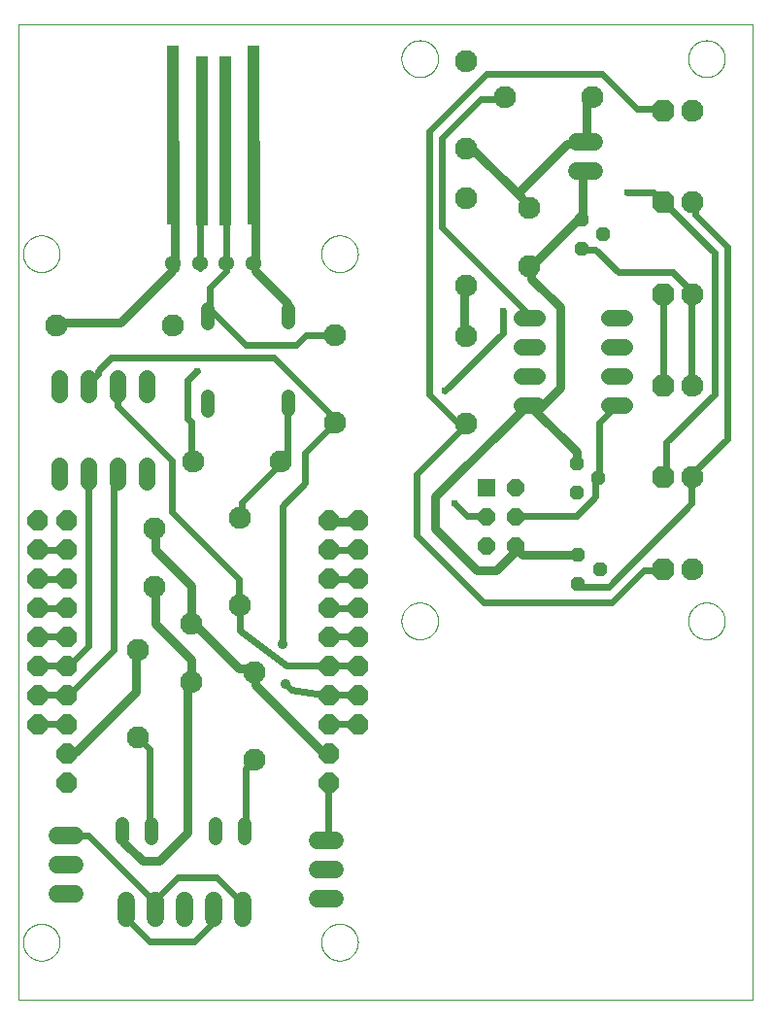
<source format=gtl>
G75*
%MOIN*%
%OFA0B0*%
%FSLAX25Y25*%
%IPPOS*%
%LPD*%
%AMOC8*
5,1,8,0,0,1.08239X$1,22.5*
%
%ADD10C,0.00000*%
%ADD11C,0.07600*%
%ADD12C,0.04800*%
%ADD13OC8,0.07000*%
%ADD14R,0.06000X0.06000*%
%ADD15OC8,0.06000*%
%ADD16C,0.06000*%
%ADD17OC8,0.07600*%
%ADD18OC8,0.04800*%
%ADD19C,0.05600*%
%ADD20R,0.03937X0.61811*%
%ADD21R,0.03937X0.57874*%
%ADD22C,0.05400*%
%ADD23C,0.03000*%
%ADD24C,0.02400*%
%ADD25C,0.02400*%
%ADD26C,0.03562*%
D10*
X0001025Y0001000D02*
X0001025Y0335646D01*
X0252994Y0335646D01*
X0252994Y0001000D01*
X0001025Y0001000D01*
X0002600Y0020685D02*
X0002602Y0020843D01*
X0002608Y0021001D01*
X0002618Y0021159D01*
X0002632Y0021317D01*
X0002650Y0021474D01*
X0002671Y0021631D01*
X0002697Y0021787D01*
X0002727Y0021943D01*
X0002760Y0022098D01*
X0002798Y0022251D01*
X0002839Y0022404D01*
X0002884Y0022556D01*
X0002933Y0022707D01*
X0002986Y0022856D01*
X0003042Y0023004D01*
X0003102Y0023150D01*
X0003166Y0023295D01*
X0003234Y0023438D01*
X0003305Y0023580D01*
X0003379Y0023720D01*
X0003457Y0023857D01*
X0003539Y0023993D01*
X0003623Y0024127D01*
X0003712Y0024258D01*
X0003803Y0024387D01*
X0003898Y0024514D01*
X0003995Y0024639D01*
X0004096Y0024761D01*
X0004200Y0024880D01*
X0004307Y0024997D01*
X0004417Y0025111D01*
X0004530Y0025222D01*
X0004645Y0025331D01*
X0004763Y0025436D01*
X0004884Y0025538D01*
X0005007Y0025638D01*
X0005133Y0025734D01*
X0005261Y0025827D01*
X0005391Y0025917D01*
X0005524Y0026003D01*
X0005659Y0026087D01*
X0005795Y0026166D01*
X0005934Y0026243D01*
X0006075Y0026315D01*
X0006217Y0026385D01*
X0006361Y0026450D01*
X0006507Y0026512D01*
X0006654Y0026570D01*
X0006803Y0026625D01*
X0006953Y0026676D01*
X0007104Y0026723D01*
X0007256Y0026766D01*
X0007409Y0026805D01*
X0007564Y0026841D01*
X0007719Y0026872D01*
X0007875Y0026900D01*
X0008031Y0026924D01*
X0008188Y0026944D01*
X0008346Y0026960D01*
X0008503Y0026972D01*
X0008662Y0026980D01*
X0008820Y0026984D01*
X0008978Y0026984D01*
X0009136Y0026980D01*
X0009295Y0026972D01*
X0009452Y0026960D01*
X0009610Y0026944D01*
X0009767Y0026924D01*
X0009923Y0026900D01*
X0010079Y0026872D01*
X0010234Y0026841D01*
X0010389Y0026805D01*
X0010542Y0026766D01*
X0010694Y0026723D01*
X0010845Y0026676D01*
X0010995Y0026625D01*
X0011144Y0026570D01*
X0011291Y0026512D01*
X0011437Y0026450D01*
X0011581Y0026385D01*
X0011723Y0026315D01*
X0011864Y0026243D01*
X0012003Y0026166D01*
X0012139Y0026087D01*
X0012274Y0026003D01*
X0012407Y0025917D01*
X0012537Y0025827D01*
X0012665Y0025734D01*
X0012791Y0025638D01*
X0012914Y0025538D01*
X0013035Y0025436D01*
X0013153Y0025331D01*
X0013268Y0025222D01*
X0013381Y0025111D01*
X0013491Y0024997D01*
X0013598Y0024880D01*
X0013702Y0024761D01*
X0013803Y0024639D01*
X0013900Y0024514D01*
X0013995Y0024387D01*
X0014086Y0024258D01*
X0014175Y0024127D01*
X0014259Y0023993D01*
X0014341Y0023857D01*
X0014419Y0023720D01*
X0014493Y0023580D01*
X0014564Y0023438D01*
X0014632Y0023295D01*
X0014696Y0023150D01*
X0014756Y0023004D01*
X0014812Y0022856D01*
X0014865Y0022707D01*
X0014914Y0022556D01*
X0014959Y0022404D01*
X0015000Y0022251D01*
X0015038Y0022098D01*
X0015071Y0021943D01*
X0015101Y0021787D01*
X0015127Y0021631D01*
X0015148Y0021474D01*
X0015166Y0021317D01*
X0015180Y0021159D01*
X0015190Y0021001D01*
X0015196Y0020843D01*
X0015198Y0020685D01*
X0015196Y0020527D01*
X0015190Y0020369D01*
X0015180Y0020211D01*
X0015166Y0020053D01*
X0015148Y0019896D01*
X0015127Y0019739D01*
X0015101Y0019583D01*
X0015071Y0019427D01*
X0015038Y0019272D01*
X0015000Y0019119D01*
X0014959Y0018966D01*
X0014914Y0018814D01*
X0014865Y0018663D01*
X0014812Y0018514D01*
X0014756Y0018366D01*
X0014696Y0018220D01*
X0014632Y0018075D01*
X0014564Y0017932D01*
X0014493Y0017790D01*
X0014419Y0017650D01*
X0014341Y0017513D01*
X0014259Y0017377D01*
X0014175Y0017243D01*
X0014086Y0017112D01*
X0013995Y0016983D01*
X0013900Y0016856D01*
X0013803Y0016731D01*
X0013702Y0016609D01*
X0013598Y0016490D01*
X0013491Y0016373D01*
X0013381Y0016259D01*
X0013268Y0016148D01*
X0013153Y0016039D01*
X0013035Y0015934D01*
X0012914Y0015832D01*
X0012791Y0015732D01*
X0012665Y0015636D01*
X0012537Y0015543D01*
X0012407Y0015453D01*
X0012274Y0015367D01*
X0012139Y0015283D01*
X0012003Y0015204D01*
X0011864Y0015127D01*
X0011723Y0015055D01*
X0011581Y0014985D01*
X0011437Y0014920D01*
X0011291Y0014858D01*
X0011144Y0014800D01*
X0010995Y0014745D01*
X0010845Y0014694D01*
X0010694Y0014647D01*
X0010542Y0014604D01*
X0010389Y0014565D01*
X0010234Y0014529D01*
X0010079Y0014498D01*
X0009923Y0014470D01*
X0009767Y0014446D01*
X0009610Y0014426D01*
X0009452Y0014410D01*
X0009295Y0014398D01*
X0009136Y0014390D01*
X0008978Y0014386D01*
X0008820Y0014386D01*
X0008662Y0014390D01*
X0008503Y0014398D01*
X0008346Y0014410D01*
X0008188Y0014426D01*
X0008031Y0014446D01*
X0007875Y0014470D01*
X0007719Y0014498D01*
X0007564Y0014529D01*
X0007409Y0014565D01*
X0007256Y0014604D01*
X0007104Y0014647D01*
X0006953Y0014694D01*
X0006803Y0014745D01*
X0006654Y0014800D01*
X0006507Y0014858D01*
X0006361Y0014920D01*
X0006217Y0014985D01*
X0006075Y0015055D01*
X0005934Y0015127D01*
X0005795Y0015204D01*
X0005659Y0015283D01*
X0005524Y0015367D01*
X0005391Y0015453D01*
X0005261Y0015543D01*
X0005133Y0015636D01*
X0005007Y0015732D01*
X0004884Y0015832D01*
X0004763Y0015934D01*
X0004645Y0016039D01*
X0004530Y0016148D01*
X0004417Y0016259D01*
X0004307Y0016373D01*
X0004200Y0016490D01*
X0004096Y0016609D01*
X0003995Y0016731D01*
X0003898Y0016856D01*
X0003803Y0016983D01*
X0003712Y0017112D01*
X0003623Y0017243D01*
X0003539Y0017377D01*
X0003457Y0017513D01*
X0003379Y0017650D01*
X0003305Y0017790D01*
X0003234Y0017932D01*
X0003166Y0018075D01*
X0003102Y0018220D01*
X0003042Y0018366D01*
X0002986Y0018514D01*
X0002933Y0018663D01*
X0002884Y0018814D01*
X0002839Y0018966D01*
X0002798Y0019119D01*
X0002760Y0019272D01*
X0002727Y0019427D01*
X0002697Y0019583D01*
X0002671Y0019739D01*
X0002650Y0019896D01*
X0002632Y0020053D01*
X0002618Y0020211D01*
X0002608Y0020369D01*
X0002602Y0020527D01*
X0002600Y0020685D01*
X0104962Y0020685D02*
X0104964Y0020843D01*
X0104970Y0021001D01*
X0104980Y0021159D01*
X0104994Y0021317D01*
X0105012Y0021474D01*
X0105033Y0021631D01*
X0105059Y0021787D01*
X0105089Y0021943D01*
X0105122Y0022098D01*
X0105160Y0022251D01*
X0105201Y0022404D01*
X0105246Y0022556D01*
X0105295Y0022707D01*
X0105348Y0022856D01*
X0105404Y0023004D01*
X0105464Y0023150D01*
X0105528Y0023295D01*
X0105596Y0023438D01*
X0105667Y0023580D01*
X0105741Y0023720D01*
X0105819Y0023857D01*
X0105901Y0023993D01*
X0105985Y0024127D01*
X0106074Y0024258D01*
X0106165Y0024387D01*
X0106260Y0024514D01*
X0106357Y0024639D01*
X0106458Y0024761D01*
X0106562Y0024880D01*
X0106669Y0024997D01*
X0106779Y0025111D01*
X0106892Y0025222D01*
X0107007Y0025331D01*
X0107125Y0025436D01*
X0107246Y0025538D01*
X0107369Y0025638D01*
X0107495Y0025734D01*
X0107623Y0025827D01*
X0107753Y0025917D01*
X0107886Y0026003D01*
X0108021Y0026087D01*
X0108157Y0026166D01*
X0108296Y0026243D01*
X0108437Y0026315D01*
X0108579Y0026385D01*
X0108723Y0026450D01*
X0108869Y0026512D01*
X0109016Y0026570D01*
X0109165Y0026625D01*
X0109315Y0026676D01*
X0109466Y0026723D01*
X0109618Y0026766D01*
X0109771Y0026805D01*
X0109926Y0026841D01*
X0110081Y0026872D01*
X0110237Y0026900D01*
X0110393Y0026924D01*
X0110550Y0026944D01*
X0110708Y0026960D01*
X0110865Y0026972D01*
X0111024Y0026980D01*
X0111182Y0026984D01*
X0111340Y0026984D01*
X0111498Y0026980D01*
X0111657Y0026972D01*
X0111814Y0026960D01*
X0111972Y0026944D01*
X0112129Y0026924D01*
X0112285Y0026900D01*
X0112441Y0026872D01*
X0112596Y0026841D01*
X0112751Y0026805D01*
X0112904Y0026766D01*
X0113056Y0026723D01*
X0113207Y0026676D01*
X0113357Y0026625D01*
X0113506Y0026570D01*
X0113653Y0026512D01*
X0113799Y0026450D01*
X0113943Y0026385D01*
X0114085Y0026315D01*
X0114226Y0026243D01*
X0114365Y0026166D01*
X0114501Y0026087D01*
X0114636Y0026003D01*
X0114769Y0025917D01*
X0114899Y0025827D01*
X0115027Y0025734D01*
X0115153Y0025638D01*
X0115276Y0025538D01*
X0115397Y0025436D01*
X0115515Y0025331D01*
X0115630Y0025222D01*
X0115743Y0025111D01*
X0115853Y0024997D01*
X0115960Y0024880D01*
X0116064Y0024761D01*
X0116165Y0024639D01*
X0116262Y0024514D01*
X0116357Y0024387D01*
X0116448Y0024258D01*
X0116537Y0024127D01*
X0116621Y0023993D01*
X0116703Y0023857D01*
X0116781Y0023720D01*
X0116855Y0023580D01*
X0116926Y0023438D01*
X0116994Y0023295D01*
X0117058Y0023150D01*
X0117118Y0023004D01*
X0117174Y0022856D01*
X0117227Y0022707D01*
X0117276Y0022556D01*
X0117321Y0022404D01*
X0117362Y0022251D01*
X0117400Y0022098D01*
X0117433Y0021943D01*
X0117463Y0021787D01*
X0117489Y0021631D01*
X0117510Y0021474D01*
X0117528Y0021317D01*
X0117542Y0021159D01*
X0117552Y0021001D01*
X0117558Y0020843D01*
X0117560Y0020685D01*
X0117558Y0020527D01*
X0117552Y0020369D01*
X0117542Y0020211D01*
X0117528Y0020053D01*
X0117510Y0019896D01*
X0117489Y0019739D01*
X0117463Y0019583D01*
X0117433Y0019427D01*
X0117400Y0019272D01*
X0117362Y0019119D01*
X0117321Y0018966D01*
X0117276Y0018814D01*
X0117227Y0018663D01*
X0117174Y0018514D01*
X0117118Y0018366D01*
X0117058Y0018220D01*
X0116994Y0018075D01*
X0116926Y0017932D01*
X0116855Y0017790D01*
X0116781Y0017650D01*
X0116703Y0017513D01*
X0116621Y0017377D01*
X0116537Y0017243D01*
X0116448Y0017112D01*
X0116357Y0016983D01*
X0116262Y0016856D01*
X0116165Y0016731D01*
X0116064Y0016609D01*
X0115960Y0016490D01*
X0115853Y0016373D01*
X0115743Y0016259D01*
X0115630Y0016148D01*
X0115515Y0016039D01*
X0115397Y0015934D01*
X0115276Y0015832D01*
X0115153Y0015732D01*
X0115027Y0015636D01*
X0114899Y0015543D01*
X0114769Y0015453D01*
X0114636Y0015367D01*
X0114501Y0015283D01*
X0114365Y0015204D01*
X0114226Y0015127D01*
X0114085Y0015055D01*
X0113943Y0014985D01*
X0113799Y0014920D01*
X0113653Y0014858D01*
X0113506Y0014800D01*
X0113357Y0014745D01*
X0113207Y0014694D01*
X0113056Y0014647D01*
X0112904Y0014604D01*
X0112751Y0014565D01*
X0112596Y0014529D01*
X0112441Y0014498D01*
X0112285Y0014470D01*
X0112129Y0014446D01*
X0111972Y0014426D01*
X0111814Y0014410D01*
X0111657Y0014398D01*
X0111498Y0014390D01*
X0111340Y0014386D01*
X0111182Y0014386D01*
X0111024Y0014390D01*
X0110865Y0014398D01*
X0110708Y0014410D01*
X0110550Y0014426D01*
X0110393Y0014446D01*
X0110237Y0014470D01*
X0110081Y0014498D01*
X0109926Y0014529D01*
X0109771Y0014565D01*
X0109618Y0014604D01*
X0109466Y0014647D01*
X0109315Y0014694D01*
X0109165Y0014745D01*
X0109016Y0014800D01*
X0108869Y0014858D01*
X0108723Y0014920D01*
X0108579Y0014985D01*
X0108437Y0015055D01*
X0108296Y0015127D01*
X0108157Y0015204D01*
X0108021Y0015283D01*
X0107886Y0015367D01*
X0107753Y0015453D01*
X0107623Y0015543D01*
X0107495Y0015636D01*
X0107369Y0015732D01*
X0107246Y0015832D01*
X0107125Y0015934D01*
X0107007Y0016039D01*
X0106892Y0016148D01*
X0106779Y0016259D01*
X0106669Y0016373D01*
X0106562Y0016490D01*
X0106458Y0016609D01*
X0106357Y0016731D01*
X0106260Y0016856D01*
X0106165Y0016983D01*
X0106074Y0017112D01*
X0105985Y0017243D01*
X0105901Y0017377D01*
X0105819Y0017513D01*
X0105741Y0017650D01*
X0105667Y0017790D01*
X0105596Y0017932D01*
X0105528Y0018075D01*
X0105464Y0018220D01*
X0105404Y0018366D01*
X0105348Y0018514D01*
X0105295Y0018663D01*
X0105246Y0018814D01*
X0105201Y0018966D01*
X0105160Y0019119D01*
X0105122Y0019272D01*
X0105089Y0019427D01*
X0105059Y0019583D01*
X0105033Y0019739D01*
X0105012Y0019896D01*
X0104994Y0020053D01*
X0104980Y0020211D01*
X0104970Y0020369D01*
X0104964Y0020527D01*
X0104962Y0020685D01*
X0132521Y0130921D02*
X0132523Y0131079D01*
X0132529Y0131237D01*
X0132539Y0131395D01*
X0132553Y0131553D01*
X0132571Y0131710D01*
X0132592Y0131867D01*
X0132618Y0132023D01*
X0132648Y0132179D01*
X0132681Y0132334D01*
X0132719Y0132487D01*
X0132760Y0132640D01*
X0132805Y0132792D01*
X0132854Y0132943D01*
X0132907Y0133092D01*
X0132963Y0133240D01*
X0133023Y0133386D01*
X0133087Y0133531D01*
X0133155Y0133674D01*
X0133226Y0133816D01*
X0133300Y0133956D01*
X0133378Y0134093D01*
X0133460Y0134229D01*
X0133544Y0134363D01*
X0133633Y0134494D01*
X0133724Y0134623D01*
X0133819Y0134750D01*
X0133916Y0134875D01*
X0134017Y0134997D01*
X0134121Y0135116D01*
X0134228Y0135233D01*
X0134338Y0135347D01*
X0134451Y0135458D01*
X0134566Y0135567D01*
X0134684Y0135672D01*
X0134805Y0135774D01*
X0134928Y0135874D01*
X0135054Y0135970D01*
X0135182Y0136063D01*
X0135312Y0136153D01*
X0135445Y0136239D01*
X0135580Y0136323D01*
X0135716Y0136402D01*
X0135855Y0136479D01*
X0135996Y0136551D01*
X0136138Y0136621D01*
X0136282Y0136686D01*
X0136428Y0136748D01*
X0136575Y0136806D01*
X0136724Y0136861D01*
X0136874Y0136912D01*
X0137025Y0136959D01*
X0137177Y0137002D01*
X0137330Y0137041D01*
X0137485Y0137077D01*
X0137640Y0137108D01*
X0137796Y0137136D01*
X0137952Y0137160D01*
X0138109Y0137180D01*
X0138267Y0137196D01*
X0138424Y0137208D01*
X0138583Y0137216D01*
X0138741Y0137220D01*
X0138899Y0137220D01*
X0139057Y0137216D01*
X0139216Y0137208D01*
X0139373Y0137196D01*
X0139531Y0137180D01*
X0139688Y0137160D01*
X0139844Y0137136D01*
X0140000Y0137108D01*
X0140155Y0137077D01*
X0140310Y0137041D01*
X0140463Y0137002D01*
X0140615Y0136959D01*
X0140766Y0136912D01*
X0140916Y0136861D01*
X0141065Y0136806D01*
X0141212Y0136748D01*
X0141358Y0136686D01*
X0141502Y0136621D01*
X0141644Y0136551D01*
X0141785Y0136479D01*
X0141924Y0136402D01*
X0142060Y0136323D01*
X0142195Y0136239D01*
X0142328Y0136153D01*
X0142458Y0136063D01*
X0142586Y0135970D01*
X0142712Y0135874D01*
X0142835Y0135774D01*
X0142956Y0135672D01*
X0143074Y0135567D01*
X0143189Y0135458D01*
X0143302Y0135347D01*
X0143412Y0135233D01*
X0143519Y0135116D01*
X0143623Y0134997D01*
X0143724Y0134875D01*
X0143821Y0134750D01*
X0143916Y0134623D01*
X0144007Y0134494D01*
X0144096Y0134363D01*
X0144180Y0134229D01*
X0144262Y0134093D01*
X0144340Y0133956D01*
X0144414Y0133816D01*
X0144485Y0133674D01*
X0144553Y0133531D01*
X0144617Y0133386D01*
X0144677Y0133240D01*
X0144733Y0133092D01*
X0144786Y0132943D01*
X0144835Y0132792D01*
X0144880Y0132640D01*
X0144921Y0132487D01*
X0144959Y0132334D01*
X0144992Y0132179D01*
X0145022Y0132023D01*
X0145048Y0131867D01*
X0145069Y0131710D01*
X0145087Y0131553D01*
X0145101Y0131395D01*
X0145111Y0131237D01*
X0145117Y0131079D01*
X0145119Y0130921D01*
X0145117Y0130763D01*
X0145111Y0130605D01*
X0145101Y0130447D01*
X0145087Y0130289D01*
X0145069Y0130132D01*
X0145048Y0129975D01*
X0145022Y0129819D01*
X0144992Y0129663D01*
X0144959Y0129508D01*
X0144921Y0129355D01*
X0144880Y0129202D01*
X0144835Y0129050D01*
X0144786Y0128899D01*
X0144733Y0128750D01*
X0144677Y0128602D01*
X0144617Y0128456D01*
X0144553Y0128311D01*
X0144485Y0128168D01*
X0144414Y0128026D01*
X0144340Y0127886D01*
X0144262Y0127749D01*
X0144180Y0127613D01*
X0144096Y0127479D01*
X0144007Y0127348D01*
X0143916Y0127219D01*
X0143821Y0127092D01*
X0143724Y0126967D01*
X0143623Y0126845D01*
X0143519Y0126726D01*
X0143412Y0126609D01*
X0143302Y0126495D01*
X0143189Y0126384D01*
X0143074Y0126275D01*
X0142956Y0126170D01*
X0142835Y0126068D01*
X0142712Y0125968D01*
X0142586Y0125872D01*
X0142458Y0125779D01*
X0142328Y0125689D01*
X0142195Y0125603D01*
X0142060Y0125519D01*
X0141924Y0125440D01*
X0141785Y0125363D01*
X0141644Y0125291D01*
X0141502Y0125221D01*
X0141358Y0125156D01*
X0141212Y0125094D01*
X0141065Y0125036D01*
X0140916Y0124981D01*
X0140766Y0124930D01*
X0140615Y0124883D01*
X0140463Y0124840D01*
X0140310Y0124801D01*
X0140155Y0124765D01*
X0140000Y0124734D01*
X0139844Y0124706D01*
X0139688Y0124682D01*
X0139531Y0124662D01*
X0139373Y0124646D01*
X0139216Y0124634D01*
X0139057Y0124626D01*
X0138899Y0124622D01*
X0138741Y0124622D01*
X0138583Y0124626D01*
X0138424Y0124634D01*
X0138267Y0124646D01*
X0138109Y0124662D01*
X0137952Y0124682D01*
X0137796Y0124706D01*
X0137640Y0124734D01*
X0137485Y0124765D01*
X0137330Y0124801D01*
X0137177Y0124840D01*
X0137025Y0124883D01*
X0136874Y0124930D01*
X0136724Y0124981D01*
X0136575Y0125036D01*
X0136428Y0125094D01*
X0136282Y0125156D01*
X0136138Y0125221D01*
X0135996Y0125291D01*
X0135855Y0125363D01*
X0135716Y0125440D01*
X0135580Y0125519D01*
X0135445Y0125603D01*
X0135312Y0125689D01*
X0135182Y0125779D01*
X0135054Y0125872D01*
X0134928Y0125968D01*
X0134805Y0126068D01*
X0134684Y0126170D01*
X0134566Y0126275D01*
X0134451Y0126384D01*
X0134338Y0126495D01*
X0134228Y0126609D01*
X0134121Y0126726D01*
X0134017Y0126845D01*
X0133916Y0126967D01*
X0133819Y0127092D01*
X0133724Y0127219D01*
X0133633Y0127348D01*
X0133544Y0127479D01*
X0133460Y0127613D01*
X0133378Y0127749D01*
X0133300Y0127886D01*
X0133226Y0128026D01*
X0133155Y0128168D01*
X0133087Y0128311D01*
X0133023Y0128456D01*
X0132963Y0128602D01*
X0132907Y0128750D01*
X0132854Y0128899D01*
X0132805Y0129050D01*
X0132760Y0129202D01*
X0132719Y0129355D01*
X0132681Y0129508D01*
X0132648Y0129663D01*
X0132618Y0129819D01*
X0132592Y0129975D01*
X0132571Y0130132D01*
X0132553Y0130289D01*
X0132539Y0130447D01*
X0132529Y0130605D01*
X0132523Y0130763D01*
X0132521Y0130921D01*
X0104962Y0256906D02*
X0104964Y0257064D01*
X0104970Y0257222D01*
X0104980Y0257380D01*
X0104994Y0257538D01*
X0105012Y0257695D01*
X0105033Y0257852D01*
X0105059Y0258008D01*
X0105089Y0258164D01*
X0105122Y0258319D01*
X0105160Y0258472D01*
X0105201Y0258625D01*
X0105246Y0258777D01*
X0105295Y0258928D01*
X0105348Y0259077D01*
X0105404Y0259225D01*
X0105464Y0259371D01*
X0105528Y0259516D01*
X0105596Y0259659D01*
X0105667Y0259801D01*
X0105741Y0259941D01*
X0105819Y0260078D01*
X0105901Y0260214D01*
X0105985Y0260348D01*
X0106074Y0260479D01*
X0106165Y0260608D01*
X0106260Y0260735D01*
X0106357Y0260860D01*
X0106458Y0260982D01*
X0106562Y0261101D01*
X0106669Y0261218D01*
X0106779Y0261332D01*
X0106892Y0261443D01*
X0107007Y0261552D01*
X0107125Y0261657D01*
X0107246Y0261759D01*
X0107369Y0261859D01*
X0107495Y0261955D01*
X0107623Y0262048D01*
X0107753Y0262138D01*
X0107886Y0262224D01*
X0108021Y0262308D01*
X0108157Y0262387D01*
X0108296Y0262464D01*
X0108437Y0262536D01*
X0108579Y0262606D01*
X0108723Y0262671D01*
X0108869Y0262733D01*
X0109016Y0262791D01*
X0109165Y0262846D01*
X0109315Y0262897D01*
X0109466Y0262944D01*
X0109618Y0262987D01*
X0109771Y0263026D01*
X0109926Y0263062D01*
X0110081Y0263093D01*
X0110237Y0263121D01*
X0110393Y0263145D01*
X0110550Y0263165D01*
X0110708Y0263181D01*
X0110865Y0263193D01*
X0111024Y0263201D01*
X0111182Y0263205D01*
X0111340Y0263205D01*
X0111498Y0263201D01*
X0111657Y0263193D01*
X0111814Y0263181D01*
X0111972Y0263165D01*
X0112129Y0263145D01*
X0112285Y0263121D01*
X0112441Y0263093D01*
X0112596Y0263062D01*
X0112751Y0263026D01*
X0112904Y0262987D01*
X0113056Y0262944D01*
X0113207Y0262897D01*
X0113357Y0262846D01*
X0113506Y0262791D01*
X0113653Y0262733D01*
X0113799Y0262671D01*
X0113943Y0262606D01*
X0114085Y0262536D01*
X0114226Y0262464D01*
X0114365Y0262387D01*
X0114501Y0262308D01*
X0114636Y0262224D01*
X0114769Y0262138D01*
X0114899Y0262048D01*
X0115027Y0261955D01*
X0115153Y0261859D01*
X0115276Y0261759D01*
X0115397Y0261657D01*
X0115515Y0261552D01*
X0115630Y0261443D01*
X0115743Y0261332D01*
X0115853Y0261218D01*
X0115960Y0261101D01*
X0116064Y0260982D01*
X0116165Y0260860D01*
X0116262Y0260735D01*
X0116357Y0260608D01*
X0116448Y0260479D01*
X0116537Y0260348D01*
X0116621Y0260214D01*
X0116703Y0260078D01*
X0116781Y0259941D01*
X0116855Y0259801D01*
X0116926Y0259659D01*
X0116994Y0259516D01*
X0117058Y0259371D01*
X0117118Y0259225D01*
X0117174Y0259077D01*
X0117227Y0258928D01*
X0117276Y0258777D01*
X0117321Y0258625D01*
X0117362Y0258472D01*
X0117400Y0258319D01*
X0117433Y0258164D01*
X0117463Y0258008D01*
X0117489Y0257852D01*
X0117510Y0257695D01*
X0117528Y0257538D01*
X0117542Y0257380D01*
X0117552Y0257222D01*
X0117558Y0257064D01*
X0117560Y0256906D01*
X0117558Y0256748D01*
X0117552Y0256590D01*
X0117542Y0256432D01*
X0117528Y0256274D01*
X0117510Y0256117D01*
X0117489Y0255960D01*
X0117463Y0255804D01*
X0117433Y0255648D01*
X0117400Y0255493D01*
X0117362Y0255340D01*
X0117321Y0255187D01*
X0117276Y0255035D01*
X0117227Y0254884D01*
X0117174Y0254735D01*
X0117118Y0254587D01*
X0117058Y0254441D01*
X0116994Y0254296D01*
X0116926Y0254153D01*
X0116855Y0254011D01*
X0116781Y0253871D01*
X0116703Y0253734D01*
X0116621Y0253598D01*
X0116537Y0253464D01*
X0116448Y0253333D01*
X0116357Y0253204D01*
X0116262Y0253077D01*
X0116165Y0252952D01*
X0116064Y0252830D01*
X0115960Y0252711D01*
X0115853Y0252594D01*
X0115743Y0252480D01*
X0115630Y0252369D01*
X0115515Y0252260D01*
X0115397Y0252155D01*
X0115276Y0252053D01*
X0115153Y0251953D01*
X0115027Y0251857D01*
X0114899Y0251764D01*
X0114769Y0251674D01*
X0114636Y0251588D01*
X0114501Y0251504D01*
X0114365Y0251425D01*
X0114226Y0251348D01*
X0114085Y0251276D01*
X0113943Y0251206D01*
X0113799Y0251141D01*
X0113653Y0251079D01*
X0113506Y0251021D01*
X0113357Y0250966D01*
X0113207Y0250915D01*
X0113056Y0250868D01*
X0112904Y0250825D01*
X0112751Y0250786D01*
X0112596Y0250750D01*
X0112441Y0250719D01*
X0112285Y0250691D01*
X0112129Y0250667D01*
X0111972Y0250647D01*
X0111814Y0250631D01*
X0111657Y0250619D01*
X0111498Y0250611D01*
X0111340Y0250607D01*
X0111182Y0250607D01*
X0111024Y0250611D01*
X0110865Y0250619D01*
X0110708Y0250631D01*
X0110550Y0250647D01*
X0110393Y0250667D01*
X0110237Y0250691D01*
X0110081Y0250719D01*
X0109926Y0250750D01*
X0109771Y0250786D01*
X0109618Y0250825D01*
X0109466Y0250868D01*
X0109315Y0250915D01*
X0109165Y0250966D01*
X0109016Y0251021D01*
X0108869Y0251079D01*
X0108723Y0251141D01*
X0108579Y0251206D01*
X0108437Y0251276D01*
X0108296Y0251348D01*
X0108157Y0251425D01*
X0108021Y0251504D01*
X0107886Y0251588D01*
X0107753Y0251674D01*
X0107623Y0251764D01*
X0107495Y0251857D01*
X0107369Y0251953D01*
X0107246Y0252053D01*
X0107125Y0252155D01*
X0107007Y0252260D01*
X0106892Y0252369D01*
X0106779Y0252480D01*
X0106669Y0252594D01*
X0106562Y0252711D01*
X0106458Y0252830D01*
X0106357Y0252952D01*
X0106260Y0253077D01*
X0106165Y0253204D01*
X0106074Y0253333D01*
X0105985Y0253464D01*
X0105901Y0253598D01*
X0105819Y0253734D01*
X0105741Y0253871D01*
X0105667Y0254011D01*
X0105596Y0254153D01*
X0105528Y0254296D01*
X0105464Y0254441D01*
X0105404Y0254587D01*
X0105348Y0254735D01*
X0105295Y0254884D01*
X0105246Y0255035D01*
X0105201Y0255187D01*
X0105160Y0255340D01*
X0105122Y0255493D01*
X0105089Y0255648D01*
X0105059Y0255804D01*
X0105033Y0255960D01*
X0105012Y0256117D01*
X0104994Y0256274D01*
X0104980Y0256432D01*
X0104970Y0256590D01*
X0104964Y0256748D01*
X0104962Y0256906D01*
X0132521Y0323835D02*
X0132523Y0323993D01*
X0132529Y0324151D01*
X0132539Y0324309D01*
X0132553Y0324467D01*
X0132571Y0324624D01*
X0132592Y0324781D01*
X0132618Y0324937D01*
X0132648Y0325093D01*
X0132681Y0325248D01*
X0132719Y0325401D01*
X0132760Y0325554D01*
X0132805Y0325706D01*
X0132854Y0325857D01*
X0132907Y0326006D01*
X0132963Y0326154D01*
X0133023Y0326300D01*
X0133087Y0326445D01*
X0133155Y0326588D01*
X0133226Y0326730D01*
X0133300Y0326870D01*
X0133378Y0327007D01*
X0133460Y0327143D01*
X0133544Y0327277D01*
X0133633Y0327408D01*
X0133724Y0327537D01*
X0133819Y0327664D01*
X0133916Y0327789D01*
X0134017Y0327911D01*
X0134121Y0328030D01*
X0134228Y0328147D01*
X0134338Y0328261D01*
X0134451Y0328372D01*
X0134566Y0328481D01*
X0134684Y0328586D01*
X0134805Y0328688D01*
X0134928Y0328788D01*
X0135054Y0328884D01*
X0135182Y0328977D01*
X0135312Y0329067D01*
X0135445Y0329153D01*
X0135580Y0329237D01*
X0135716Y0329316D01*
X0135855Y0329393D01*
X0135996Y0329465D01*
X0136138Y0329535D01*
X0136282Y0329600D01*
X0136428Y0329662D01*
X0136575Y0329720D01*
X0136724Y0329775D01*
X0136874Y0329826D01*
X0137025Y0329873D01*
X0137177Y0329916D01*
X0137330Y0329955D01*
X0137485Y0329991D01*
X0137640Y0330022D01*
X0137796Y0330050D01*
X0137952Y0330074D01*
X0138109Y0330094D01*
X0138267Y0330110D01*
X0138424Y0330122D01*
X0138583Y0330130D01*
X0138741Y0330134D01*
X0138899Y0330134D01*
X0139057Y0330130D01*
X0139216Y0330122D01*
X0139373Y0330110D01*
X0139531Y0330094D01*
X0139688Y0330074D01*
X0139844Y0330050D01*
X0140000Y0330022D01*
X0140155Y0329991D01*
X0140310Y0329955D01*
X0140463Y0329916D01*
X0140615Y0329873D01*
X0140766Y0329826D01*
X0140916Y0329775D01*
X0141065Y0329720D01*
X0141212Y0329662D01*
X0141358Y0329600D01*
X0141502Y0329535D01*
X0141644Y0329465D01*
X0141785Y0329393D01*
X0141924Y0329316D01*
X0142060Y0329237D01*
X0142195Y0329153D01*
X0142328Y0329067D01*
X0142458Y0328977D01*
X0142586Y0328884D01*
X0142712Y0328788D01*
X0142835Y0328688D01*
X0142956Y0328586D01*
X0143074Y0328481D01*
X0143189Y0328372D01*
X0143302Y0328261D01*
X0143412Y0328147D01*
X0143519Y0328030D01*
X0143623Y0327911D01*
X0143724Y0327789D01*
X0143821Y0327664D01*
X0143916Y0327537D01*
X0144007Y0327408D01*
X0144096Y0327277D01*
X0144180Y0327143D01*
X0144262Y0327007D01*
X0144340Y0326870D01*
X0144414Y0326730D01*
X0144485Y0326588D01*
X0144553Y0326445D01*
X0144617Y0326300D01*
X0144677Y0326154D01*
X0144733Y0326006D01*
X0144786Y0325857D01*
X0144835Y0325706D01*
X0144880Y0325554D01*
X0144921Y0325401D01*
X0144959Y0325248D01*
X0144992Y0325093D01*
X0145022Y0324937D01*
X0145048Y0324781D01*
X0145069Y0324624D01*
X0145087Y0324467D01*
X0145101Y0324309D01*
X0145111Y0324151D01*
X0145117Y0323993D01*
X0145119Y0323835D01*
X0145117Y0323677D01*
X0145111Y0323519D01*
X0145101Y0323361D01*
X0145087Y0323203D01*
X0145069Y0323046D01*
X0145048Y0322889D01*
X0145022Y0322733D01*
X0144992Y0322577D01*
X0144959Y0322422D01*
X0144921Y0322269D01*
X0144880Y0322116D01*
X0144835Y0321964D01*
X0144786Y0321813D01*
X0144733Y0321664D01*
X0144677Y0321516D01*
X0144617Y0321370D01*
X0144553Y0321225D01*
X0144485Y0321082D01*
X0144414Y0320940D01*
X0144340Y0320800D01*
X0144262Y0320663D01*
X0144180Y0320527D01*
X0144096Y0320393D01*
X0144007Y0320262D01*
X0143916Y0320133D01*
X0143821Y0320006D01*
X0143724Y0319881D01*
X0143623Y0319759D01*
X0143519Y0319640D01*
X0143412Y0319523D01*
X0143302Y0319409D01*
X0143189Y0319298D01*
X0143074Y0319189D01*
X0142956Y0319084D01*
X0142835Y0318982D01*
X0142712Y0318882D01*
X0142586Y0318786D01*
X0142458Y0318693D01*
X0142328Y0318603D01*
X0142195Y0318517D01*
X0142060Y0318433D01*
X0141924Y0318354D01*
X0141785Y0318277D01*
X0141644Y0318205D01*
X0141502Y0318135D01*
X0141358Y0318070D01*
X0141212Y0318008D01*
X0141065Y0317950D01*
X0140916Y0317895D01*
X0140766Y0317844D01*
X0140615Y0317797D01*
X0140463Y0317754D01*
X0140310Y0317715D01*
X0140155Y0317679D01*
X0140000Y0317648D01*
X0139844Y0317620D01*
X0139688Y0317596D01*
X0139531Y0317576D01*
X0139373Y0317560D01*
X0139216Y0317548D01*
X0139057Y0317540D01*
X0138899Y0317536D01*
X0138741Y0317536D01*
X0138583Y0317540D01*
X0138424Y0317548D01*
X0138267Y0317560D01*
X0138109Y0317576D01*
X0137952Y0317596D01*
X0137796Y0317620D01*
X0137640Y0317648D01*
X0137485Y0317679D01*
X0137330Y0317715D01*
X0137177Y0317754D01*
X0137025Y0317797D01*
X0136874Y0317844D01*
X0136724Y0317895D01*
X0136575Y0317950D01*
X0136428Y0318008D01*
X0136282Y0318070D01*
X0136138Y0318135D01*
X0135996Y0318205D01*
X0135855Y0318277D01*
X0135716Y0318354D01*
X0135580Y0318433D01*
X0135445Y0318517D01*
X0135312Y0318603D01*
X0135182Y0318693D01*
X0135054Y0318786D01*
X0134928Y0318882D01*
X0134805Y0318982D01*
X0134684Y0319084D01*
X0134566Y0319189D01*
X0134451Y0319298D01*
X0134338Y0319409D01*
X0134228Y0319523D01*
X0134121Y0319640D01*
X0134017Y0319759D01*
X0133916Y0319881D01*
X0133819Y0320006D01*
X0133724Y0320133D01*
X0133633Y0320262D01*
X0133544Y0320393D01*
X0133460Y0320527D01*
X0133378Y0320663D01*
X0133300Y0320800D01*
X0133226Y0320940D01*
X0133155Y0321082D01*
X0133087Y0321225D01*
X0133023Y0321370D01*
X0132963Y0321516D01*
X0132907Y0321664D01*
X0132854Y0321813D01*
X0132805Y0321964D01*
X0132760Y0322116D01*
X0132719Y0322269D01*
X0132681Y0322422D01*
X0132648Y0322577D01*
X0132618Y0322733D01*
X0132592Y0322889D01*
X0132571Y0323046D01*
X0132553Y0323203D01*
X0132539Y0323361D01*
X0132529Y0323519D01*
X0132523Y0323677D01*
X0132521Y0323835D01*
X0230947Y0323835D02*
X0230949Y0323993D01*
X0230955Y0324151D01*
X0230965Y0324309D01*
X0230979Y0324467D01*
X0230997Y0324624D01*
X0231018Y0324781D01*
X0231044Y0324937D01*
X0231074Y0325093D01*
X0231107Y0325248D01*
X0231145Y0325401D01*
X0231186Y0325554D01*
X0231231Y0325706D01*
X0231280Y0325857D01*
X0231333Y0326006D01*
X0231389Y0326154D01*
X0231449Y0326300D01*
X0231513Y0326445D01*
X0231581Y0326588D01*
X0231652Y0326730D01*
X0231726Y0326870D01*
X0231804Y0327007D01*
X0231886Y0327143D01*
X0231970Y0327277D01*
X0232059Y0327408D01*
X0232150Y0327537D01*
X0232245Y0327664D01*
X0232342Y0327789D01*
X0232443Y0327911D01*
X0232547Y0328030D01*
X0232654Y0328147D01*
X0232764Y0328261D01*
X0232877Y0328372D01*
X0232992Y0328481D01*
X0233110Y0328586D01*
X0233231Y0328688D01*
X0233354Y0328788D01*
X0233480Y0328884D01*
X0233608Y0328977D01*
X0233738Y0329067D01*
X0233871Y0329153D01*
X0234006Y0329237D01*
X0234142Y0329316D01*
X0234281Y0329393D01*
X0234422Y0329465D01*
X0234564Y0329535D01*
X0234708Y0329600D01*
X0234854Y0329662D01*
X0235001Y0329720D01*
X0235150Y0329775D01*
X0235300Y0329826D01*
X0235451Y0329873D01*
X0235603Y0329916D01*
X0235756Y0329955D01*
X0235911Y0329991D01*
X0236066Y0330022D01*
X0236222Y0330050D01*
X0236378Y0330074D01*
X0236535Y0330094D01*
X0236693Y0330110D01*
X0236850Y0330122D01*
X0237009Y0330130D01*
X0237167Y0330134D01*
X0237325Y0330134D01*
X0237483Y0330130D01*
X0237642Y0330122D01*
X0237799Y0330110D01*
X0237957Y0330094D01*
X0238114Y0330074D01*
X0238270Y0330050D01*
X0238426Y0330022D01*
X0238581Y0329991D01*
X0238736Y0329955D01*
X0238889Y0329916D01*
X0239041Y0329873D01*
X0239192Y0329826D01*
X0239342Y0329775D01*
X0239491Y0329720D01*
X0239638Y0329662D01*
X0239784Y0329600D01*
X0239928Y0329535D01*
X0240070Y0329465D01*
X0240211Y0329393D01*
X0240350Y0329316D01*
X0240486Y0329237D01*
X0240621Y0329153D01*
X0240754Y0329067D01*
X0240884Y0328977D01*
X0241012Y0328884D01*
X0241138Y0328788D01*
X0241261Y0328688D01*
X0241382Y0328586D01*
X0241500Y0328481D01*
X0241615Y0328372D01*
X0241728Y0328261D01*
X0241838Y0328147D01*
X0241945Y0328030D01*
X0242049Y0327911D01*
X0242150Y0327789D01*
X0242247Y0327664D01*
X0242342Y0327537D01*
X0242433Y0327408D01*
X0242522Y0327277D01*
X0242606Y0327143D01*
X0242688Y0327007D01*
X0242766Y0326870D01*
X0242840Y0326730D01*
X0242911Y0326588D01*
X0242979Y0326445D01*
X0243043Y0326300D01*
X0243103Y0326154D01*
X0243159Y0326006D01*
X0243212Y0325857D01*
X0243261Y0325706D01*
X0243306Y0325554D01*
X0243347Y0325401D01*
X0243385Y0325248D01*
X0243418Y0325093D01*
X0243448Y0324937D01*
X0243474Y0324781D01*
X0243495Y0324624D01*
X0243513Y0324467D01*
X0243527Y0324309D01*
X0243537Y0324151D01*
X0243543Y0323993D01*
X0243545Y0323835D01*
X0243543Y0323677D01*
X0243537Y0323519D01*
X0243527Y0323361D01*
X0243513Y0323203D01*
X0243495Y0323046D01*
X0243474Y0322889D01*
X0243448Y0322733D01*
X0243418Y0322577D01*
X0243385Y0322422D01*
X0243347Y0322269D01*
X0243306Y0322116D01*
X0243261Y0321964D01*
X0243212Y0321813D01*
X0243159Y0321664D01*
X0243103Y0321516D01*
X0243043Y0321370D01*
X0242979Y0321225D01*
X0242911Y0321082D01*
X0242840Y0320940D01*
X0242766Y0320800D01*
X0242688Y0320663D01*
X0242606Y0320527D01*
X0242522Y0320393D01*
X0242433Y0320262D01*
X0242342Y0320133D01*
X0242247Y0320006D01*
X0242150Y0319881D01*
X0242049Y0319759D01*
X0241945Y0319640D01*
X0241838Y0319523D01*
X0241728Y0319409D01*
X0241615Y0319298D01*
X0241500Y0319189D01*
X0241382Y0319084D01*
X0241261Y0318982D01*
X0241138Y0318882D01*
X0241012Y0318786D01*
X0240884Y0318693D01*
X0240754Y0318603D01*
X0240621Y0318517D01*
X0240486Y0318433D01*
X0240350Y0318354D01*
X0240211Y0318277D01*
X0240070Y0318205D01*
X0239928Y0318135D01*
X0239784Y0318070D01*
X0239638Y0318008D01*
X0239491Y0317950D01*
X0239342Y0317895D01*
X0239192Y0317844D01*
X0239041Y0317797D01*
X0238889Y0317754D01*
X0238736Y0317715D01*
X0238581Y0317679D01*
X0238426Y0317648D01*
X0238270Y0317620D01*
X0238114Y0317596D01*
X0237957Y0317576D01*
X0237799Y0317560D01*
X0237642Y0317548D01*
X0237483Y0317540D01*
X0237325Y0317536D01*
X0237167Y0317536D01*
X0237009Y0317540D01*
X0236850Y0317548D01*
X0236693Y0317560D01*
X0236535Y0317576D01*
X0236378Y0317596D01*
X0236222Y0317620D01*
X0236066Y0317648D01*
X0235911Y0317679D01*
X0235756Y0317715D01*
X0235603Y0317754D01*
X0235451Y0317797D01*
X0235300Y0317844D01*
X0235150Y0317895D01*
X0235001Y0317950D01*
X0234854Y0318008D01*
X0234708Y0318070D01*
X0234564Y0318135D01*
X0234422Y0318205D01*
X0234281Y0318277D01*
X0234142Y0318354D01*
X0234006Y0318433D01*
X0233871Y0318517D01*
X0233738Y0318603D01*
X0233608Y0318693D01*
X0233480Y0318786D01*
X0233354Y0318882D01*
X0233231Y0318982D01*
X0233110Y0319084D01*
X0232992Y0319189D01*
X0232877Y0319298D01*
X0232764Y0319409D01*
X0232654Y0319523D01*
X0232547Y0319640D01*
X0232443Y0319759D01*
X0232342Y0319881D01*
X0232245Y0320006D01*
X0232150Y0320133D01*
X0232059Y0320262D01*
X0231970Y0320393D01*
X0231886Y0320527D01*
X0231804Y0320663D01*
X0231726Y0320800D01*
X0231652Y0320940D01*
X0231581Y0321082D01*
X0231513Y0321225D01*
X0231449Y0321370D01*
X0231389Y0321516D01*
X0231333Y0321664D01*
X0231280Y0321813D01*
X0231231Y0321964D01*
X0231186Y0322116D01*
X0231145Y0322269D01*
X0231107Y0322422D01*
X0231074Y0322577D01*
X0231044Y0322733D01*
X0231018Y0322889D01*
X0230997Y0323046D01*
X0230979Y0323203D01*
X0230965Y0323361D01*
X0230955Y0323519D01*
X0230949Y0323677D01*
X0230947Y0323835D01*
X0230947Y0130921D02*
X0230949Y0131079D01*
X0230955Y0131237D01*
X0230965Y0131395D01*
X0230979Y0131553D01*
X0230997Y0131710D01*
X0231018Y0131867D01*
X0231044Y0132023D01*
X0231074Y0132179D01*
X0231107Y0132334D01*
X0231145Y0132487D01*
X0231186Y0132640D01*
X0231231Y0132792D01*
X0231280Y0132943D01*
X0231333Y0133092D01*
X0231389Y0133240D01*
X0231449Y0133386D01*
X0231513Y0133531D01*
X0231581Y0133674D01*
X0231652Y0133816D01*
X0231726Y0133956D01*
X0231804Y0134093D01*
X0231886Y0134229D01*
X0231970Y0134363D01*
X0232059Y0134494D01*
X0232150Y0134623D01*
X0232245Y0134750D01*
X0232342Y0134875D01*
X0232443Y0134997D01*
X0232547Y0135116D01*
X0232654Y0135233D01*
X0232764Y0135347D01*
X0232877Y0135458D01*
X0232992Y0135567D01*
X0233110Y0135672D01*
X0233231Y0135774D01*
X0233354Y0135874D01*
X0233480Y0135970D01*
X0233608Y0136063D01*
X0233738Y0136153D01*
X0233871Y0136239D01*
X0234006Y0136323D01*
X0234142Y0136402D01*
X0234281Y0136479D01*
X0234422Y0136551D01*
X0234564Y0136621D01*
X0234708Y0136686D01*
X0234854Y0136748D01*
X0235001Y0136806D01*
X0235150Y0136861D01*
X0235300Y0136912D01*
X0235451Y0136959D01*
X0235603Y0137002D01*
X0235756Y0137041D01*
X0235911Y0137077D01*
X0236066Y0137108D01*
X0236222Y0137136D01*
X0236378Y0137160D01*
X0236535Y0137180D01*
X0236693Y0137196D01*
X0236850Y0137208D01*
X0237009Y0137216D01*
X0237167Y0137220D01*
X0237325Y0137220D01*
X0237483Y0137216D01*
X0237642Y0137208D01*
X0237799Y0137196D01*
X0237957Y0137180D01*
X0238114Y0137160D01*
X0238270Y0137136D01*
X0238426Y0137108D01*
X0238581Y0137077D01*
X0238736Y0137041D01*
X0238889Y0137002D01*
X0239041Y0136959D01*
X0239192Y0136912D01*
X0239342Y0136861D01*
X0239491Y0136806D01*
X0239638Y0136748D01*
X0239784Y0136686D01*
X0239928Y0136621D01*
X0240070Y0136551D01*
X0240211Y0136479D01*
X0240350Y0136402D01*
X0240486Y0136323D01*
X0240621Y0136239D01*
X0240754Y0136153D01*
X0240884Y0136063D01*
X0241012Y0135970D01*
X0241138Y0135874D01*
X0241261Y0135774D01*
X0241382Y0135672D01*
X0241500Y0135567D01*
X0241615Y0135458D01*
X0241728Y0135347D01*
X0241838Y0135233D01*
X0241945Y0135116D01*
X0242049Y0134997D01*
X0242150Y0134875D01*
X0242247Y0134750D01*
X0242342Y0134623D01*
X0242433Y0134494D01*
X0242522Y0134363D01*
X0242606Y0134229D01*
X0242688Y0134093D01*
X0242766Y0133956D01*
X0242840Y0133816D01*
X0242911Y0133674D01*
X0242979Y0133531D01*
X0243043Y0133386D01*
X0243103Y0133240D01*
X0243159Y0133092D01*
X0243212Y0132943D01*
X0243261Y0132792D01*
X0243306Y0132640D01*
X0243347Y0132487D01*
X0243385Y0132334D01*
X0243418Y0132179D01*
X0243448Y0132023D01*
X0243474Y0131867D01*
X0243495Y0131710D01*
X0243513Y0131553D01*
X0243527Y0131395D01*
X0243537Y0131237D01*
X0243543Y0131079D01*
X0243545Y0130921D01*
X0243543Y0130763D01*
X0243537Y0130605D01*
X0243527Y0130447D01*
X0243513Y0130289D01*
X0243495Y0130132D01*
X0243474Y0129975D01*
X0243448Y0129819D01*
X0243418Y0129663D01*
X0243385Y0129508D01*
X0243347Y0129355D01*
X0243306Y0129202D01*
X0243261Y0129050D01*
X0243212Y0128899D01*
X0243159Y0128750D01*
X0243103Y0128602D01*
X0243043Y0128456D01*
X0242979Y0128311D01*
X0242911Y0128168D01*
X0242840Y0128026D01*
X0242766Y0127886D01*
X0242688Y0127749D01*
X0242606Y0127613D01*
X0242522Y0127479D01*
X0242433Y0127348D01*
X0242342Y0127219D01*
X0242247Y0127092D01*
X0242150Y0126967D01*
X0242049Y0126845D01*
X0241945Y0126726D01*
X0241838Y0126609D01*
X0241728Y0126495D01*
X0241615Y0126384D01*
X0241500Y0126275D01*
X0241382Y0126170D01*
X0241261Y0126068D01*
X0241138Y0125968D01*
X0241012Y0125872D01*
X0240884Y0125779D01*
X0240754Y0125689D01*
X0240621Y0125603D01*
X0240486Y0125519D01*
X0240350Y0125440D01*
X0240211Y0125363D01*
X0240070Y0125291D01*
X0239928Y0125221D01*
X0239784Y0125156D01*
X0239638Y0125094D01*
X0239491Y0125036D01*
X0239342Y0124981D01*
X0239192Y0124930D01*
X0239041Y0124883D01*
X0238889Y0124840D01*
X0238736Y0124801D01*
X0238581Y0124765D01*
X0238426Y0124734D01*
X0238270Y0124706D01*
X0238114Y0124682D01*
X0237957Y0124662D01*
X0237799Y0124646D01*
X0237642Y0124634D01*
X0237483Y0124626D01*
X0237325Y0124622D01*
X0237167Y0124622D01*
X0237009Y0124626D01*
X0236850Y0124634D01*
X0236693Y0124646D01*
X0236535Y0124662D01*
X0236378Y0124682D01*
X0236222Y0124706D01*
X0236066Y0124734D01*
X0235911Y0124765D01*
X0235756Y0124801D01*
X0235603Y0124840D01*
X0235451Y0124883D01*
X0235300Y0124930D01*
X0235150Y0124981D01*
X0235001Y0125036D01*
X0234854Y0125094D01*
X0234708Y0125156D01*
X0234564Y0125221D01*
X0234422Y0125291D01*
X0234281Y0125363D01*
X0234142Y0125440D01*
X0234006Y0125519D01*
X0233871Y0125603D01*
X0233738Y0125689D01*
X0233608Y0125779D01*
X0233480Y0125872D01*
X0233354Y0125968D01*
X0233231Y0126068D01*
X0233110Y0126170D01*
X0232992Y0126275D01*
X0232877Y0126384D01*
X0232764Y0126495D01*
X0232654Y0126609D01*
X0232547Y0126726D01*
X0232443Y0126845D01*
X0232342Y0126967D01*
X0232245Y0127092D01*
X0232150Y0127219D01*
X0232059Y0127348D01*
X0231970Y0127479D01*
X0231886Y0127613D01*
X0231804Y0127749D01*
X0231726Y0127886D01*
X0231652Y0128026D01*
X0231581Y0128168D01*
X0231513Y0128311D01*
X0231449Y0128456D01*
X0231389Y0128602D01*
X0231333Y0128750D01*
X0231280Y0128899D01*
X0231231Y0129050D01*
X0231186Y0129202D01*
X0231145Y0129355D01*
X0231107Y0129508D01*
X0231074Y0129663D01*
X0231044Y0129819D01*
X0231018Y0129975D01*
X0230997Y0130132D01*
X0230979Y0130289D01*
X0230965Y0130447D01*
X0230955Y0130605D01*
X0230949Y0130763D01*
X0230947Y0130921D01*
X0002600Y0256906D02*
X0002602Y0257064D01*
X0002608Y0257222D01*
X0002618Y0257380D01*
X0002632Y0257538D01*
X0002650Y0257695D01*
X0002671Y0257852D01*
X0002697Y0258008D01*
X0002727Y0258164D01*
X0002760Y0258319D01*
X0002798Y0258472D01*
X0002839Y0258625D01*
X0002884Y0258777D01*
X0002933Y0258928D01*
X0002986Y0259077D01*
X0003042Y0259225D01*
X0003102Y0259371D01*
X0003166Y0259516D01*
X0003234Y0259659D01*
X0003305Y0259801D01*
X0003379Y0259941D01*
X0003457Y0260078D01*
X0003539Y0260214D01*
X0003623Y0260348D01*
X0003712Y0260479D01*
X0003803Y0260608D01*
X0003898Y0260735D01*
X0003995Y0260860D01*
X0004096Y0260982D01*
X0004200Y0261101D01*
X0004307Y0261218D01*
X0004417Y0261332D01*
X0004530Y0261443D01*
X0004645Y0261552D01*
X0004763Y0261657D01*
X0004884Y0261759D01*
X0005007Y0261859D01*
X0005133Y0261955D01*
X0005261Y0262048D01*
X0005391Y0262138D01*
X0005524Y0262224D01*
X0005659Y0262308D01*
X0005795Y0262387D01*
X0005934Y0262464D01*
X0006075Y0262536D01*
X0006217Y0262606D01*
X0006361Y0262671D01*
X0006507Y0262733D01*
X0006654Y0262791D01*
X0006803Y0262846D01*
X0006953Y0262897D01*
X0007104Y0262944D01*
X0007256Y0262987D01*
X0007409Y0263026D01*
X0007564Y0263062D01*
X0007719Y0263093D01*
X0007875Y0263121D01*
X0008031Y0263145D01*
X0008188Y0263165D01*
X0008346Y0263181D01*
X0008503Y0263193D01*
X0008662Y0263201D01*
X0008820Y0263205D01*
X0008978Y0263205D01*
X0009136Y0263201D01*
X0009295Y0263193D01*
X0009452Y0263181D01*
X0009610Y0263165D01*
X0009767Y0263145D01*
X0009923Y0263121D01*
X0010079Y0263093D01*
X0010234Y0263062D01*
X0010389Y0263026D01*
X0010542Y0262987D01*
X0010694Y0262944D01*
X0010845Y0262897D01*
X0010995Y0262846D01*
X0011144Y0262791D01*
X0011291Y0262733D01*
X0011437Y0262671D01*
X0011581Y0262606D01*
X0011723Y0262536D01*
X0011864Y0262464D01*
X0012003Y0262387D01*
X0012139Y0262308D01*
X0012274Y0262224D01*
X0012407Y0262138D01*
X0012537Y0262048D01*
X0012665Y0261955D01*
X0012791Y0261859D01*
X0012914Y0261759D01*
X0013035Y0261657D01*
X0013153Y0261552D01*
X0013268Y0261443D01*
X0013381Y0261332D01*
X0013491Y0261218D01*
X0013598Y0261101D01*
X0013702Y0260982D01*
X0013803Y0260860D01*
X0013900Y0260735D01*
X0013995Y0260608D01*
X0014086Y0260479D01*
X0014175Y0260348D01*
X0014259Y0260214D01*
X0014341Y0260078D01*
X0014419Y0259941D01*
X0014493Y0259801D01*
X0014564Y0259659D01*
X0014632Y0259516D01*
X0014696Y0259371D01*
X0014756Y0259225D01*
X0014812Y0259077D01*
X0014865Y0258928D01*
X0014914Y0258777D01*
X0014959Y0258625D01*
X0015000Y0258472D01*
X0015038Y0258319D01*
X0015071Y0258164D01*
X0015101Y0258008D01*
X0015127Y0257852D01*
X0015148Y0257695D01*
X0015166Y0257538D01*
X0015180Y0257380D01*
X0015190Y0257222D01*
X0015196Y0257064D01*
X0015198Y0256906D01*
X0015196Y0256748D01*
X0015190Y0256590D01*
X0015180Y0256432D01*
X0015166Y0256274D01*
X0015148Y0256117D01*
X0015127Y0255960D01*
X0015101Y0255804D01*
X0015071Y0255648D01*
X0015038Y0255493D01*
X0015000Y0255340D01*
X0014959Y0255187D01*
X0014914Y0255035D01*
X0014865Y0254884D01*
X0014812Y0254735D01*
X0014756Y0254587D01*
X0014696Y0254441D01*
X0014632Y0254296D01*
X0014564Y0254153D01*
X0014493Y0254011D01*
X0014419Y0253871D01*
X0014341Y0253734D01*
X0014259Y0253598D01*
X0014175Y0253464D01*
X0014086Y0253333D01*
X0013995Y0253204D01*
X0013900Y0253077D01*
X0013803Y0252952D01*
X0013702Y0252830D01*
X0013598Y0252711D01*
X0013491Y0252594D01*
X0013381Y0252480D01*
X0013268Y0252369D01*
X0013153Y0252260D01*
X0013035Y0252155D01*
X0012914Y0252053D01*
X0012791Y0251953D01*
X0012665Y0251857D01*
X0012537Y0251764D01*
X0012407Y0251674D01*
X0012274Y0251588D01*
X0012139Y0251504D01*
X0012003Y0251425D01*
X0011864Y0251348D01*
X0011723Y0251276D01*
X0011581Y0251206D01*
X0011437Y0251141D01*
X0011291Y0251079D01*
X0011144Y0251021D01*
X0010995Y0250966D01*
X0010845Y0250915D01*
X0010694Y0250868D01*
X0010542Y0250825D01*
X0010389Y0250786D01*
X0010234Y0250750D01*
X0010079Y0250719D01*
X0009923Y0250691D01*
X0009767Y0250667D01*
X0009610Y0250647D01*
X0009452Y0250631D01*
X0009295Y0250619D01*
X0009136Y0250611D01*
X0008978Y0250607D01*
X0008820Y0250607D01*
X0008662Y0250611D01*
X0008503Y0250619D01*
X0008346Y0250631D01*
X0008188Y0250647D01*
X0008031Y0250667D01*
X0007875Y0250691D01*
X0007719Y0250719D01*
X0007564Y0250750D01*
X0007409Y0250786D01*
X0007256Y0250825D01*
X0007104Y0250868D01*
X0006953Y0250915D01*
X0006803Y0250966D01*
X0006654Y0251021D01*
X0006507Y0251079D01*
X0006361Y0251141D01*
X0006217Y0251206D01*
X0006075Y0251276D01*
X0005934Y0251348D01*
X0005795Y0251425D01*
X0005659Y0251504D01*
X0005524Y0251588D01*
X0005391Y0251674D01*
X0005261Y0251764D01*
X0005133Y0251857D01*
X0005007Y0251953D01*
X0004884Y0252053D01*
X0004763Y0252155D01*
X0004645Y0252260D01*
X0004530Y0252369D01*
X0004417Y0252480D01*
X0004307Y0252594D01*
X0004200Y0252711D01*
X0004096Y0252830D01*
X0003995Y0252952D01*
X0003898Y0253077D01*
X0003803Y0253204D01*
X0003712Y0253333D01*
X0003623Y0253464D01*
X0003539Y0253598D01*
X0003457Y0253734D01*
X0003379Y0253871D01*
X0003305Y0254011D01*
X0003234Y0254153D01*
X0003166Y0254296D01*
X0003102Y0254441D01*
X0003042Y0254587D01*
X0002986Y0254735D01*
X0002933Y0254884D01*
X0002884Y0255035D01*
X0002839Y0255187D01*
X0002798Y0255340D01*
X0002760Y0255493D01*
X0002727Y0255648D01*
X0002697Y0255804D01*
X0002671Y0255960D01*
X0002650Y0256117D01*
X0002632Y0256274D01*
X0002618Y0256432D01*
X0002608Y0256590D01*
X0002602Y0256748D01*
X0002600Y0256906D01*
D11*
X0013993Y0232361D03*
X0053993Y0232361D03*
X0061222Y0185764D03*
X0077128Y0166157D03*
X0091222Y0185764D03*
X0109751Y0198922D03*
X0109751Y0228922D03*
X0154569Y0228598D03*
X0154569Y0245843D03*
X0154569Y0275843D03*
X0154569Y0293087D03*
X0167911Y0310599D03*
X0154569Y0323087D03*
X0176537Y0272772D03*
X0176537Y0252772D03*
X0154569Y0198598D03*
X0081931Y0113215D03*
X0077128Y0136157D03*
X0060356Y0130016D03*
X0047840Y0142650D03*
X0047840Y0162650D03*
X0042167Y0121079D03*
X0060356Y0110016D03*
X0042167Y0091079D03*
X0081931Y0083215D03*
X0232403Y0148638D03*
X0232403Y0180134D03*
X0232403Y0211630D03*
X0232403Y0243126D03*
X0232403Y0274622D03*
X0232403Y0306118D03*
X0197911Y0310599D03*
D12*
X0093860Y0238046D02*
X0093860Y0233246D01*
X0093860Y0208046D02*
X0093860Y0203246D01*
X0066065Y0203088D02*
X0066065Y0207888D01*
X0066065Y0233088D02*
X0066065Y0237888D01*
X0068781Y0061195D02*
X0068781Y0056395D01*
X0078781Y0056395D02*
X0078781Y0061195D01*
X0046655Y0061195D02*
X0046655Y0056395D01*
X0036655Y0056395D02*
X0036655Y0061195D01*
D13*
X0017757Y0075173D03*
X0017757Y0085173D03*
X0017757Y0095173D03*
X0007757Y0095134D03*
X0007757Y0105134D03*
X0007757Y0115134D03*
X0007757Y0125134D03*
X0007757Y0135134D03*
X0007757Y0145134D03*
X0007757Y0155134D03*
X0007757Y0165134D03*
X0017757Y0165173D03*
X0017757Y0155173D03*
X0017757Y0145173D03*
X0017757Y0135173D03*
X0017757Y0125173D03*
X0017757Y0115173D03*
X0017757Y0105173D03*
X0107757Y0105173D03*
X0107757Y0095173D03*
X0107757Y0085173D03*
X0107757Y0075173D03*
X0117757Y0095134D03*
X0117757Y0105134D03*
X0117757Y0115134D03*
X0117757Y0125134D03*
X0117757Y0135134D03*
X0117757Y0145134D03*
X0117757Y0155134D03*
X0117757Y0165134D03*
X0107757Y0165173D03*
X0107757Y0155173D03*
X0107757Y0145173D03*
X0107757Y0135173D03*
X0107757Y0125173D03*
X0107757Y0115173D03*
D14*
X0161694Y0176512D03*
D15*
X0161694Y0166512D03*
X0161694Y0156512D03*
X0171694Y0156512D03*
X0171694Y0166512D03*
X0171694Y0176512D03*
D16*
X0192710Y0285409D02*
X0198710Y0285409D01*
X0198710Y0295409D02*
X0192710Y0295409D01*
X0020443Y0057339D02*
X0014443Y0057339D01*
X0014443Y0047339D02*
X0020443Y0047339D01*
X0020443Y0037339D02*
X0014443Y0037339D01*
X0037955Y0034827D02*
X0037955Y0028827D01*
X0047955Y0028827D02*
X0047955Y0034827D01*
X0057955Y0034827D02*
X0057955Y0028827D01*
X0067955Y0028827D02*
X0067955Y0034827D01*
X0077955Y0034827D02*
X0077955Y0028827D01*
X0103655Y0035646D02*
X0109655Y0035646D01*
X0109655Y0045646D02*
X0103655Y0045646D01*
X0103655Y0055646D02*
X0109655Y0055646D01*
D17*
X0222403Y0148638D03*
X0222403Y0180134D03*
X0222403Y0211630D03*
X0222403Y0243126D03*
X0222403Y0274622D03*
X0222403Y0306118D03*
D18*
X0194294Y0268632D03*
X0201794Y0263632D03*
X0194294Y0258632D03*
X0192633Y0185020D03*
X0200133Y0180020D03*
X0192633Y0175020D03*
X0193099Y0153764D03*
X0200599Y0148764D03*
X0193099Y0143764D03*
D19*
X0203580Y0205055D02*
X0209180Y0205055D01*
X0209180Y0215055D02*
X0203580Y0215055D01*
X0203580Y0225055D02*
X0209180Y0225055D01*
X0209180Y0235055D02*
X0203580Y0235055D01*
X0179180Y0235055D02*
X0173580Y0235055D01*
X0173580Y0225055D02*
X0179180Y0225055D01*
X0179180Y0215055D02*
X0173580Y0215055D01*
X0173580Y0205055D02*
X0179180Y0205055D01*
X0044923Y0208672D02*
X0044923Y0214272D01*
X0034923Y0214272D02*
X0034923Y0208672D01*
X0024923Y0208672D02*
X0024923Y0214272D01*
X0014923Y0214272D02*
X0014923Y0208672D01*
X0014923Y0184272D02*
X0014923Y0178672D01*
X0024923Y0178672D02*
X0024923Y0184272D01*
X0034923Y0184272D02*
X0034923Y0178672D01*
X0044923Y0178672D02*
X0044923Y0184272D01*
D20*
X0054175Y0297654D03*
X0081734Y0297654D03*
D21*
X0071891Y0295685D03*
X0064017Y0295685D03*
D22*
X0063517Y0253795D03*
X0072391Y0253795D03*
X0081734Y0253795D03*
X0054175Y0253795D03*
D23*
X0053651Y0250874D01*
X0036051Y0233274D01*
X0014051Y0233274D01*
X0013993Y0232361D01*
X0054751Y0251974D02*
X0054175Y0253795D01*
X0054751Y0251974D02*
X0054751Y0294874D01*
X0054175Y0297654D01*
X0081734Y0297654D02*
X0082251Y0294874D01*
X0082251Y0253074D01*
X0081734Y0253795D01*
X0082251Y0250874D01*
X0093251Y0239874D01*
X0093251Y0236574D01*
X0093860Y0235646D01*
X0107757Y0165173D02*
X0108651Y0165074D01*
X0117451Y0165074D01*
X0117757Y0165134D01*
X0144196Y0162585D02*
X0144196Y0173585D01*
X0174996Y0204385D01*
X0176380Y0205055D01*
X0179396Y0203285D01*
X0187096Y0210985D01*
X0187096Y0238485D01*
X0177196Y0248385D01*
X0177196Y0251685D01*
X0176537Y0252772D01*
X0177196Y0252785D01*
X0193696Y0269285D01*
X0194294Y0268632D01*
X0194796Y0269285D01*
X0194796Y0284685D01*
X0195710Y0285409D01*
X0194796Y0294585D02*
X0189296Y0294585D01*
X0172246Y0277535D01*
X0157396Y0292385D01*
X0155196Y0292385D01*
X0154569Y0293087D01*
X0172246Y0277535D02*
X0176096Y0273685D01*
X0176537Y0272772D01*
X0194796Y0294585D02*
X0195710Y0295409D01*
X0195896Y0295685D01*
X0195896Y0308885D01*
X0196996Y0309985D01*
X0197911Y0310599D01*
X0154569Y0245843D02*
X0154096Y0245085D01*
X0154096Y0229685D01*
X0154569Y0228598D01*
X0176380Y0205055D02*
X0177196Y0204385D01*
X0192596Y0188985D01*
X0192596Y0185685D01*
X0192633Y0185020D01*
X0171694Y0156512D02*
X0171696Y0154885D01*
X0165096Y0148285D01*
X0158496Y0148285D01*
X0144196Y0162585D01*
X0171694Y0156512D02*
X0171696Y0155985D01*
X0173896Y0153785D01*
X0192596Y0153785D01*
X0193099Y0153764D01*
X0107551Y0085874D02*
X0107757Y0085173D01*
X0107551Y0085874D02*
X0105351Y0085874D01*
X0082251Y0108974D01*
X0082251Y0112274D01*
X0081931Y0113215D01*
X0081151Y0114474D01*
X0076751Y0114474D01*
X0061351Y0129874D01*
X0060356Y0130016D01*
X0060251Y0130974D01*
X0060251Y0143074D01*
X0048151Y0155174D01*
X0048151Y0161774D01*
X0047840Y0162650D01*
X0047840Y0142650D02*
X0048151Y0141974D01*
X0048151Y0129874D01*
X0060251Y0117774D01*
X0060251Y0110074D01*
X0060356Y0110016D01*
X0059151Y0108974D01*
X0059151Y0058374D01*
X0049251Y0048474D01*
X0043751Y0048474D01*
X0037151Y0055074D01*
X0037151Y0058374D01*
X0036655Y0058795D01*
X0020651Y0085874D02*
X0018451Y0085874D01*
X0017757Y0085173D01*
X0020651Y0085874D02*
X0041551Y0106774D01*
X0041551Y0121074D01*
X0042167Y0121079D01*
D24*
X0033851Y0121074D02*
X0018451Y0105674D01*
X0017757Y0105173D01*
X0017351Y0105674D01*
X0008551Y0105674D01*
X0007757Y0105134D01*
X0008551Y0095774D02*
X0007757Y0095134D01*
X0008551Y0095774D02*
X0017351Y0095774D01*
X0017757Y0095173D01*
X0017757Y0115173D02*
X0017351Y0115574D01*
X0008551Y0115574D01*
X0007757Y0115134D01*
X0007757Y0125134D02*
X0008551Y0125474D01*
X0017351Y0125474D01*
X0017757Y0125173D01*
X0025051Y0122174D02*
X0018451Y0115574D01*
X0017757Y0115173D01*
X0025051Y0122174D02*
X0025051Y0180474D01*
X0024923Y0181472D01*
X0033851Y0180474D02*
X0034923Y0181472D01*
X0033851Y0180474D02*
X0033851Y0121074D01*
X0017757Y0135173D02*
X0017351Y0135374D01*
X0008551Y0135374D01*
X0007757Y0135134D01*
X0007757Y0145134D02*
X0008551Y0145274D01*
X0017351Y0145274D01*
X0017757Y0145173D01*
X0017757Y0155173D02*
X0017351Y0155174D01*
X0008551Y0155174D01*
X0007757Y0155134D01*
X0053651Y0185974D02*
X0034951Y0204674D01*
X0034951Y0211274D01*
X0034923Y0211472D01*
X0028351Y0215674D02*
X0028351Y0216774D01*
X0032751Y0221174D01*
X0088851Y0221174D01*
X0108651Y0201374D01*
X0108651Y0199174D01*
X0109751Y0198922D01*
X0099450Y0188621D01*
X0099450Y0178165D01*
X0091576Y0170291D01*
X0091576Y0123047D01*
X0092927Y0115574D02*
X0077064Y0127500D01*
X0077128Y0136157D01*
X0076751Y0136474D01*
X0076751Y0145274D01*
X0053651Y0168374D01*
X0053651Y0185974D01*
X0060251Y0185974D02*
X0061222Y0185764D01*
X0060251Y0185974D02*
X0060251Y0199174D01*
X0059151Y0200274D01*
X0059151Y0213474D01*
X0062451Y0216774D01*
X0066065Y0235488D02*
X0067951Y0236574D01*
X0078951Y0225574D01*
X0096551Y0225574D01*
X0099851Y0228874D01*
X0108651Y0228874D01*
X0109751Y0228922D01*
X0093860Y0205646D02*
X0093251Y0204674D01*
X0093251Y0187074D01*
X0092151Y0185974D01*
X0091222Y0185764D01*
X0091051Y0184874D01*
X0077851Y0171674D01*
X0077851Y0166174D01*
X0077128Y0166157D01*
X0107757Y0155173D02*
X0108651Y0155174D01*
X0117451Y0155174D01*
X0117757Y0155134D01*
X0117451Y0145274D02*
X0117757Y0145134D01*
X0117451Y0145274D02*
X0108651Y0145274D01*
X0107757Y0145173D01*
X0108651Y0135374D02*
X0107757Y0135173D01*
X0108651Y0135374D02*
X0117451Y0135374D01*
X0117757Y0135134D01*
X0117451Y0125474D02*
X0117757Y0125134D01*
X0117451Y0125474D02*
X0108651Y0125474D01*
X0107757Y0125173D01*
X0107551Y0115574D02*
X0107757Y0115173D01*
X0108651Y0115574D01*
X0117451Y0115574D01*
X0117757Y0115134D01*
X0117451Y0105674D02*
X0117757Y0105134D01*
X0117451Y0105674D02*
X0108651Y0105674D01*
X0107757Y0105173D01*
X0094883Y0107142D01*
X0092757Y0109268D01*
X0092927Y0115574D02*
X0107551Y0115574D01*
X0108651Y0095774D02*
X0107757Y0095173D01*
X0108651Y0095774D02*
X0117451Y0095774D01*
X0117757Y0095134D01*
X0107757Y0075173D02*
X0107551Y0074874D01*
X0107551Y0056174D01*
X0106655Y0055646D01*
X0081931Y0083215D02*
X0081151Y0082574D01*
X0078951Y0080374D01*
X0078951Y0059474D01*
X0078781Y0058795D01*
X0069051Y0042974D02*
X0055851Y0042974D01*
X0048151Y0035274D01*
X0047955Y0031827D01*
X0047051Y0031974D01*
X0047051Y0035274D01*
X0025051Y0057274D01*
X0018451Y0057274D01*
X0017443Y0057339D01*
X0037955Y0031827D02*
X0038251Y0030874D01*
X0038251Y0028674D01*
X0045951Y0020974D01*
X0061351Y0020974D01*
X0067951Y0027574D01*
X0067951Y0030874D01*
X0067955Y0031827D01*
X0077851Y0034174D02*
X0069051Y0042974D01*
X0077851Y0034174D02*
X0077851Y0031974D01*
X0077955Y0031827D01*
X0046655Y0058795D02*
X0045951Y0059474D01*
X0045951Y0086974D01*
X0042651Y0090274D01*
X0042167Y0091079D01*
X0024923Y0211472D02*
X0025051Y0212374D01*
X0028351Y0215674D01*
X0063551Y0251974D02*
X0063517Y0253795D01*
X0063551Y0251974D02*
X0063551Y0292674D01*
X0064017Y0295685D01*
X0071891Y0295685D02*
X0072351Y0292674D01*
X0072351Y0251974D01*
X0072391Y0253795D01*
X0072351Y0250874D01*
X0066851Y0245374D01*
X0066851Y0236574D01*
X0066065Y0235488D01*
X0137596Y0181285D02*
X0137596Y0160385D01*
X0160696Y0137285D01*
X0204696Y0137285D01*
X0215696Y0148285D01*
X0222296Y0148285D01*
X0222403Y0148638D01*
X0203596Y0142785D02*
X0232196Y0171385D01*
X0232196Y0179085D01*
X0232403Y0180134D01*
X0232196Y0181285D01*
X0244296Y0193385D01*
X0244296Y0259385D01*
X0233296Y0270385D01*
X0233296Y0273685D01*
X0232403Y0274622D01*
X0223396Y0273685D02*
X0222403Y0274622D01*
X0222296Y0274785D01*
X0218996Y0278085D01*
X0210196Y0278085D01*
X0223396Y0273685D02*
X0239896Y0257185D01*
X0239896Y0208785D01*
X0223396Y0192285D01*
X0223396Y0180185D01*
X0222403Y0180134D01*
X0200296Y0198885D02*
X0205796Y0204385D01*
X0206380Y0205055D01*
X0200296Y0198885D02*
X0200296Y0180185D01*
X0200133Y0180020D01*
X0199196Y0179085D01*
X0199196Y0173585D01*
X0192596Y0166985D01*
X0171696Y0166985D01*
X0171694Y0166512D01*
X0161694Y0166512D02*
X0160696Y0166985D01*
X0155196Y0166985D01*
X0150796Y0171385D01*
X0137596Y0181285D02*
X0154096Y0197785D01*
X0154569Y0198598D01*
X0152996Y0197785D01*
X0141996Y0208785D01*
X0141996Y0298985D01*
X0161796Y0318785D01*
X0201396Y0318785D01*
X0213496Y0306685D01*
X0222296Y0306685D01*
X0222403Y0306118D01*
X0199196Y0258285D02*
X0194796Y0258285D01*
X0194294Y0258632D01*
X0199196Y0258285D02*
X0206896Y0250585D01*
X0225596Y0250585D01*
X0232196Y0243985D01*
X0232403Y0243126D01*
X0232196Y0242885D01*
X0232196Y0212085D01*
X0232403Y0211630D01*
X0222403Y0211630D02*
X0222296Y0212085D01*
X0222296Y0242885D01*
X0222403Y0243126D01*
X0177196Y0235185D02*
X0176380Y0235055D01*
X0177196Y0235185D02*
X0146396Y0265985D01*
X0146396Y0296785D01*
X0159596Y0309985D01*
X0167296Y0309985D01*
X0167911Y0310599D01*
X0167296Y0237385D02*
X0167296Y0229685D01*
X0147496Y0209885D01*
X0193099Y0143764D02*
X0193696Y0142785D01*
X0203596Y0142785D01*
D25*
X0150796Y0171385D03*
X0147496Y0209885D03*
X0167296Y0237385D03*
X0210196Y0278085D03*
X0062451Y0216774D03*
D26*
X0091576Y0123047D03*
X0092757Y0109268D03*
M02*

</source>
